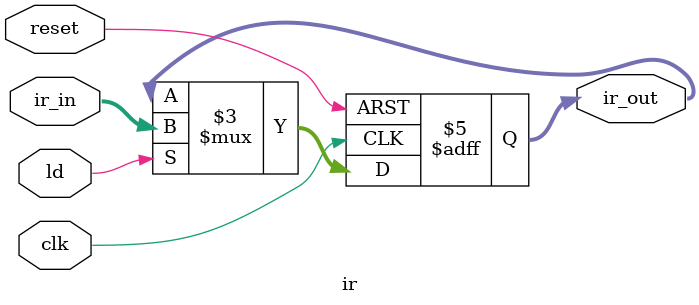
<source format=v>
module ir(
	input reset,
	input clk,
	input ld,
	input [7:0] ir_in,
	output reg [7:0] ir_out
	);


always@(posedge reset or posedge clk)
 if(reset)
	ir_out <= 8'b0;
 else
	if(ld)
		ir_out <= ir_in;
	else
		ir_out <= ir_out;

endmodule

</source>
